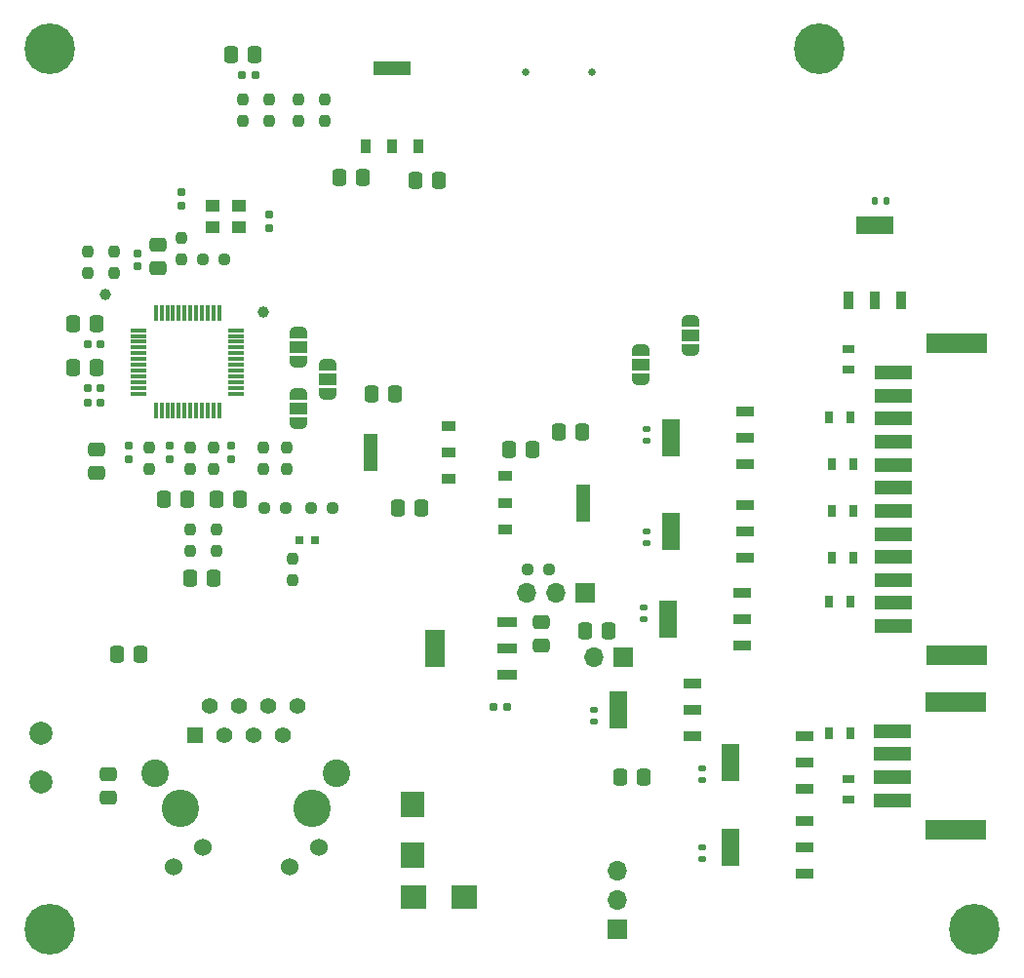
<source format=gbr>
%TF.GenerationSoftware,KiCad,Pcbnew,8.0.0*%
%TF.CreationDate,2024-04-11T21:11:57+02:00*%
%TF.ProjectId,BalloonMotherboardV4,42616c6c-6f6f-46e4-9d6f-74686572626f,rev?*%
%TF.SameCoordinates,Original*%
%TF.FileFunction,Soldermask,Bot*%
%TF.FilePolarity,Negative*%
%FSLAX46Y46*%
G04 Gerber Fmt 4.6, Leading zero omitted, Abs format (unit mm)*
G04 Created by KiCad (PCBNEW 8.0.0) date 2024-04-11 21:11:57*
%MOMM*%
%LPD*%
G01*
G04 APERTURE LIST*
G04 Aperture macros list*
%AMRoundRect*
0 Rectangle with rounded corners*
0 $1 Rounding radius*
0 $2 $3 $4 $5 $6 $7 $8 $9 X,Y pos of 4 corners*
0 Add a 4 corners polygon primitive as box body*
4,1,4,$2,$3,$4,$5,$6,$7,$8,$9,$2,$3,0*
0 Add four circle primitives for the rounded corners*
1,1,$1+$1,$2,$3*
1,1,$1+$1,$4,$5*
1,1,$1+$1,$6,$7*
1,1,$1+$1,$8,$9*
0 Add four rect primitives between the rounded corners*
20,1,$1+$1,$2,$3,$4,$5,0*
20,1,$1+$1,$4,$5,$6,$7,0*
20,1,$1+$1,$6,$7,$8,$9,0*
20,1,$1+$1,$8,$9,$2,$3,0*%
%AMFreePoly0*
4,1,19,0.550000,-0.750000,0.000000,-0.750000,0.000000,-0.744911,-0.071157,-0.744911,-0.207708,-0.704816,-0.327430,-0.627875,-0.420627,-0.520320,-0.479746,-0.390866,-0.500000,-0.250000,-0.500000,0.250000,-0.479746,0.390866,-0.420627,0.520320,-0.327430,0.627875,-0.207708,0.704816,-0.071157,0.744911,0.000000,0.744911,0.000000,0.750000,0.550000,0.750000,0.550000,-0.750000,0.550000,-0.750000,
$1*%
%AMFreePoly1*
4,1,19,0.000000,0.744911,0.071157,0.744911,0.207708,0.704816,0.327430,0.627875,0.420627,0.520320,0.479746,0.390866,0.500000,0.250000,0.500000,-0.250000,0.479746,-0.390866,0.420627,-0.520320,0.327430,-0.627875,0.207708,-0.704816,0.071157,-0.744911,0.000000,-0.744911,0.000000,-0.750000,-0.550000,-0.750000,-0.550000,0.750000,0.000000,0.750000,0.000000,0.744911,0.000000,0.744911,
$1*%
G04 Aperture macros list end*
%ADD10RoundRect,0.250000X0.337500X0.475000X-0.337500X0.475000X-0.337500X-0.475000X0.337500X-0.475000X0*%
%ADD11C,3.250000*%
%ADD12R,1.400000X1.400000*%
%ADD13C,1.400000*%
%ADD14C,1.530000*%
%ADD15C,2.400000*%
%ADD16C,0.700000*%
%ADD17C,4.400000*%
%ADD18C,2.000000*%
%ADD19C,0.650000*%
%ADD20R,1.700000X1.700000*%
%ADD21O,1.700000X1.700000*%
%ADD22RoundRect,0.140000X-0.170000X0.140000X-0.170000X-0.140000X0.170000X-0.140000X0.170000X0.140000X0*%
%ADD23RoundRect,0.237500X0.237500X-0.250000X0.237500X0.250000X-0.237500X0.250000X-0.237500X-0.250000X0*%
%ADD24RoundRect,0.155000X0.155000X-0.212500X0.155000X0.212500X-0.155000X0.212500X-0.155000X-0.212500X0*%
%ADD25R,2.250000X2.050000*%
%ADD26C,1.000000*%
%ADD27RoundRect,0.250000X-0.337500X-0.475000X0.337500X-0.475000X0.337500X0.475000X-0.337500X0.475000X0*%
%ADD28RoundRect,0.250000X-0.475000X0.337500X-0.475000X-0.337500X0.475000X-0.337500X0.475000X0.337500X0*%
%ADD29FreePoly0,270.000000*%
%ADD30R,1.500000X1.000000*%
%ADD31FreePoly1,270.000000*%
%ADD32R,0.950000X1.250000*%
%ADD33R,3.200000X1.250000*%
%ADD34RoundRect,0.155000X-0.155000X0.212500X-0.155000X-0.212500X0.155000X-0.212500X0.155000X0.212500X0*%
%ADD35RoundRect,0.140000X0.170000X-0.140000X0.170000X0.140000X-0.170000X0.140000X-0.170000X-0.140000X0*%
%ADD36RoundRect,0.155000X0.212500X0.155000X-0.212500X0.155000X-0.212500X-0.155000X0.212500X-0.155000X0*%
%ADD37R,1.500000X0.900000*%
%ADD38R,1.500000X3.200000*%
%ADD39R,0.770000X1.070000*%
%ADD40RoundRect,0.237500X0.250000X0.237500X-0.250000X0.237500X-0.250000X-0.237500X0.250000X-0.237500X0*%
%ADD41FreePoly0,90.000000*%
%ADD42FreePoly1,90.000000*%
%ADD43RoundRect,0.237500X-0.237500X0.250000X-0.237500X-0.250000X0.237500X-0.250000X0.237500X0.250000X0*%
%ADD44RoundRect,0.155000X-0.212500X-0.155000X0.212500X-0.155000X0.212500X0.155000X-0.212500X0.155000X0*%
%ADD45R,0.300000X1.475000*%
%ADD46R,1.475000X0.300000*%
%ADD47RoundRect,0.250000X0.475000X-0.337500X0.475000X0.337500X-0.475000X0.337500X-0.475000X-0.337500X0*%
%ADD48R,2.050000X2.250000*%
%ADD49R,0.650000X0.700000*%
%ADD50R,1.750000X0.950000*%
%ADD51R,1.750000X3.200000*%
%ADD52R,3.200000X1.200000*%
%ADD53R,5.300000X1.700000*%
%ADD54R,1.250000X0.950000*%
%ADD55R,1.250000X3.200000*%
%ADD56R,0.900000X1.500000*%
%ADD57R,3.200000X1.500000*%
%ADD58R,1.070000X0.770000*%
%ADD59RoundRect,0.237500X-0.250000X-0.237500X0.250000X-0.237500X0.250000X0.237500X-0.250000X0.237500X0*%
%ADD60R,1.300000X1.100000*%
%ADD61RoundRect,0.140000X-0.140000X-0.170000X0.140000X-0.170000X0.140000X0.170000X-0.140000X0.170000X0*%
G04 APERTURE END LIST*
D10*
%TO.C,C72*%
X74697500Y-100330000D03*
X72622500Y-100330000D03*
%TD*%
D11*
%TO.C,J1*%
X34437000Y-103024000D03*
X45867000Y-103024000D03*
D12*
X35707000Y-96674000D03*
D13*
X36977000Y-94134000D03*
X38247000Y-96674000D03*
X39517000Y-94134000D03*
X40787000Y-96674000D03*
X42057000Y-94134000D03*
X43327000Y-96674000D03*
X44597000Y-94134000D03*
D14*
X33827000Y-108104000D03*
X36367000Y-106404000D03*
X43937000Y-108104000D03*
X46477000Y-106404000D03*
D15*
X32277000Y-99974000D03*
X48027000Y-99974000D03*
%TD*%
D16*
%TO.C,H0*%
X21464000Y-37084000D03*
X21947274Y-35917274D03*
X21947274Y-38250726D03*
X23114000Y-35434000D03*
D17*
X23114000Y-37084000D03*
D16*
X23114000Y-38734000D03*
X24280726Y-35917274D03*
X24280726Y-38250726D03*
X24764000Y-37084000D03*
%TD*%
%TO.C,H1*%
X88266000Y-37084000D03*
X88749274Y-35917274D03*
X88749274Y-38250726D03*
X89916000Y-35434000D03*
D17*
X89916000Y-37084000D03*
D16*
X89916000Y-38734000D03*
X91082726Y-35917274D03*
X91082726Y-38250726D03*
X91566000Y-37084000D03*
%TD*%
D18*
%TO.C,TPGND0*%
X22352000Y-96520000D03*
%TD*%
D16*
%TO.C,H2*%
X101728000Y-113538000D03*
X102211274Y-112371274D03*
X102211274Y-114704726D03*
X103378000Y-111888000D03*
D17*
X103378000Y-113538000D03*
D16*
X103378000Y-115188000D03*
X104544726Y-112371274D03*
X104544726Y-114704726D03*
X105028000Y-113538000D03*
%TD*%
D19*
%TO.C,USB_C0*%
X70200000Y-39145000D03*
X64420000Y-39145000D03*
%TD*%
D18*
%TO.C,TPGND1*%
X22352000Y-100760000D03*
%TD*%
D16*
%TO.C,H3*%
X21464000Y-113538000D03*
X21947274Y-112371274D03*
X21947274Y-114704726D03*
X23114000Y-111888000D03*
D17*
X23114000Y-113538000D03*
D16*
X23114000Y-115188000D03*
X24280726Y-112371274D03*
X24280726Y-114704726D03*
X24764000Y-113538000D03*
%TD*%
D20*
%TO.C,JB_or_U0*%
X69581000Y-84328000D03*
D21*
X67041000Y-84328000D03*
X64501000Y-84328000D03*
%TD*%
D20*
%TO.C,JHEAT0*%
X72903000Y-89916000D03*
D21*
X70363000Y-89916000D03*
%TD*%
D22*
%TO.C,C71*%
X70358000Y-94516000D03*
X70358000Y-95476000D03*
%TD*%
D23*
%TO.C,R64*%
X42164000Y-43330500D03*
X42164000Y-41505500D03*
%TD*%
D24*
%TO.C,C47*%
X38882000Y-72703500D03*
X38882000Y-71568500D03*
%TD*%
D25*
%TO.C,D2*%
X54696000Y-110744000D03*
X59096000Y-110744000D03*
%TD*%
D10*
%TO.C,C0*%
X65045500Y-71882000D03*
X62970500Y-71882000D03*
%TD*%
D22*
%TO.C,C74*%
X74930000Y-79022000D03*
X74930000Y-79982000D03*
%TD*%
D26*
%TO.C,TP4*%
X27960000Y-58420000D03*
%TD*%
D27*
%TO.C,C2*%
X53318500Y-76962000D03*
X55393500Y-76962000D03*
%TD*%
%TO.C,C56*%
X33018500Y-76200000D03*
X35093500Y-76200000D03*
%TD*%
D28*
%TO.C,C44*%
X32532000Y-54080500D03*
X32532000Y-56155500D03*
%TD*%
D29*
%TO.C,JP2*%
X74422000Y-63216000D03*
D30*
X74422000Y-64516000D03*
D31*
X74422000Y-65816000D03*
%TD*%
D32*
%TO.C,LRuC0*%
X55132000Y-45564000D03*
X52832000Y-45564000D03*
X50532000Y-45564000D03*
D33*
X52832000Y-38764000D03*
%TD*%
D23*
%TO.C,R56*%
X43708000Y-73556500D03*
X43708000Y-71731500D03*
%TD*%
D34*
%TO.C,C58*%
X34564000Y-49536500D03*
X34564000Y-50671500D03*
%TD*%
D27*
%TO.C,C57*%
X28954500Y-89662000D03*
X31029500Y-89662000D03*
%TD*%
D35*
%TO.C,C73*%
X74676000Y-86586000D03*
X74676000Y-85626000D03*
%TD*%
%TO.C,C66*%
X74930000Y-71092000D03*
X74930000Y-70132000D03*
%TD*%
D36*
%TO.C,C60*%
X40953500Y-39370000D03*
X39818500Y-39370000D03*
%TD*%
D37*
%TO.C,H5*%
X88676000Y-104126000D03*
X88676000Y-106426000D03*
X88676000Y-108726000D03*
D38*
X82176000Y-106426000D03*
%TD*%
D39*
%TO.C,F6*%
X91048000Y-77216000D03*
X92848000Y-77216000D03*
%TD*%
D26*
%TO.C,TP3*%
X41676000Y-59944000D03*
%TD*%
D40*
%TO.C,R2*%
X66444500Y-82296000D03*
X64619500Y-82296000D03*
%TD*%
D34*
%TO.C,C62*%
X42184000Y-51502500D03*
X42184000Y-52637500D03*
%TD*%
D10*
%TO.C,C55*%
X39665500Y-76200000D03*
X37590500Y-76200000D03*
%TD*%
D41*
%TO.C,JH1*%
X47264000Y-67086000D03*
D30*
X47264000Y-65786000D03*
D42*
X47264000Y-64486000D03*
%TD*%
D43*
%TO.C,R61*%
X34564000Y-53509500D03*
X34564000Y-55334500D03*
%TD*%
D44*
%TO.C,C50*%
X26376500Y-66548000D03*
X27511500Y-66548000D03*
%TD*%
D27*
%TO.C,C4*%
X67288500Y-70358000D03*
X69363500Y-70358000D03*
%TD*%
%TO.C,C45*%
X25144500Y-60960000D03*
X27219500Y-60960000D03*
%TD*%
%TO.C,C59*%
X38840500Y-37592000D03*
X40915500Y-37592000D03*
%TD*%
D24*
%TO.C,C48*%
X33548000Y-72703500D03*
X33548000Y-71568500D03*
%TD*%
D27*
%TO.C,C1*%
X48238500Y-48260000D03*
X50313500Y-48260000D03*
%TD*%
D44*
%TO.C,C52*%
X26376500Y-67818000D03*
X27511500Y-67818000D03*
%TD*%
D23*
%TO.C,R51*%
X31770000Y-73556500D03*
X31770000Y-71731500D03*
%TD*%
D37*
%TO.C,H10*%
X78942000Y-92188000D03*
X78942000Y-94488000D03*
X78942000Y-96788000D03*
D38*
X72442000Y-94488000D03*
%TD*%
D10*
%TO.C,C54*%
X37379500Y-83058000D03*
X35304500Y-83058000D03*
%TD*%
D39*
%TO.C,F8*%
X90794000Y-85090000D03*
X92594000Y-85090000D03*
%TD*%
D23*
%TO.C,R66*%
X46990000Y-43330500D03*
X46990000Y-41505500D03*
%TD*%
%TO.C,R63*%
X39878000Y-43330500D03*
X39878000Y-41505500D03*
%TD*%
D40*
%TO.C,R58*%
X47648500Y-76962000D03*
X45823500Y-76962000D03*
%TD*%
D44*
%TO.C,C51*%
X26376500Y-62738000D03*
X27511500Y-62738000D03*
%TD*%
D41*
%TO.C,JH2*%
X44724000Y-69626000D03*
D30*
X44724000Y-68326000D03*
D42*
X44724000Y-67026000D03*
%TD*%
D27*
%TO.C,C46*%
X25144500Y-64770000D03*
X27219500Y-64770000D03*
%TD*%
D45*
%TO.C,LAN1*%
X37822000Y-68500000D03*
X37322000Y-68500000D03*
X36822000Y-68500000D03*
X36322000Y-68500000D03*
X35822000Y-68500000D03*
X35322000Y-68500000D03*
X34822000Y-68500000D03*
X34322000Y-68500000D03*
X33822000Y-68500000D03*
X33322000Y-68500000D03*
X32822000Y-68500000D03*
X32322000Y-68500000D03*
D46*
X30834000Y-67012000D03*
X30834000Y-66512000D03*
X30834000Y-66012000D03*
X30834000Y-65512000D03*
X30834000Y-65012000D03*
X30834000Y-64512000D03*
X30834000Y-64012000D03*
X30834000Y-63512000D03*
X30834000Y-63012000D03*
X30834000Y-62512000D03*
X30834000Y-62012000D03*
X30834000Y-61512000D03*
D45*
X32322000Y-60024000D03*
X32822000Y-60024000D03*
X33322000Y-60024000D03*
X33822000Y-60024000D03*
X34322000Y-60024000D03*
X34822000Y-60024000D03*
X35322000Y-60024000D03*
X35822000Y-60024000D03*
X36322000Y-60024000D03*
X36822000Y-60024000D03*
X37322000Y-60024000D03*
X37822000Y-60024000D03*
D46*
X39310000Y-61512000D03*
X39310000Y-62012000D03*
X39310000Y-62512000D03*
X39310000Y-63012000D03*
X39310000Y-63512000D03*
X39310000Y-64012000D03*
X39310000Y-64512000D03*
X39310000Y-65012000D03*
X39310000Y-65512000D03*
X39310000Y-66012000D03*
X39310000Y-66512000D03*
X39310000Y-67012000D03*
%TD*%
D23*
%TO.C,R54*%
X35326000Y-73556500D03*
X35326000Y-71731500D03*
%TD*%
D47*
%TO.C,C53*%
X27198000Y-73935500D03*
X27198000Y-71860500D03*
%TD*%
D20*
%TO.C,BuckJmp0*%
X72390000Y-113523000D03*
D21*
X72390000Y-110983000D03*
X72390000Y-108443000D03*
%TD*%
D23*
%TO.C,R65*%
X44704000Y-43330500D03*
X44704000Y-41505500D03*
%TD*%
D24*
%TO.C,C49*%
X29992000Y-72703500D03*
X29992000Y-71568500D03*
%TD*%
D39*
%TO.C,F4*%
X90794000Y-69088000D03*
X92594000Y-69088000D03*
%TD*%
D23*
%TO.C,R57*%
X37612000Y-80668500D03*
X37612000Y-78843500D03*
%TD*%
D37*
%TO.C,H9*%
X83260000Y-84314000D03*
X83260000Y-86614000D03*
X83260000Y-88914000D03*
D38*
X76760000Y-86614000D03*
%TD*%
D34*
%TO.C,C43*%
X30754000Y-54834250D03*
X30754000Y-55969250D03*
%TD*%
D48*
%TO.C,D1*%
X54610000Y-102702000D03*
X54610000Y-107102000D03*
%TD*%
D49*
%TO.C,FB0*%
X44811000Y-79756000D03*
X46161000Y-79756000D03*
%TD*%
D23*
%TO.C,R55*%
X35326000Y-80668500D03*
X35326000Y-78843500D03*
%TD*%
D29*
%TO.C,JP1*%
X78740000Y-60676000D03*
D30*
X78740000Y-61976000D03*
D31*
X78740000Y-63276000D03*
%TD*%
D41*
%TO.C,JH0*%
X44724000Y-64292000D03*
D30*
X44724000Y-62992000D03*
D42*
X44724000Y-61692000D03*
%TD*%
D50*
%TO.C,LR5V0*%
X62840000Y-86854000D03*
X62840000Y-89154000D03*
X62840000Y-91454000D03*
D51*
X56540000Y-89154000D03*
%TD*%
D52*
%TO.C,H1-0*%
X96303000Y-102314000D03*
X96303000Y-100314000D03*
X96303000Y-98314000D03*
X96303000Y-96314000D03*
D53*
X101783000Y-93764000D03*
X101783000Y-104864000D03*
%TD*%
D27*
%TO.C,C69*%
X69574500Y-87630000D03*
X71649500Y-87630000D03*
%TD*%
D22*
%TO.C,C65*%
X79756000Y-106454000D03*
X79756000Y-107414000D03*
%TD*%
D23*
%TO.C,R68*%
X28722000Y-56538500D03*
X28722000Y-54713500D03*
%TD*%
D54*
%TO.C,LRlan0*%
X57756000Y-69836000D03*
X57756000Y-72136000D03*
X57756000Y-74436000D03*
D55*
X50956000Y-72136000D03*
%TD*%
D44*
%TO.C,C7*%
X61662500Y-94234000D03*
X62797500Y-94234000D03*
%TD*%
D47*
%TO.C,C61*%
X28214000Y-102129500D03*
X28214000Y-100054500D03*
%TD*%
D23*
%TO.C,R52*%
X37358000Y-73556500D03*
X37358000Y-71731500D03*
%TD*%
D56*
%TO.C,H6*%
X97042000Y-58876000D03*
X94742000Y-58876000D03*
X92442000Y-58876000D03*
D57*
X94742000Y-52376000D03*
%TD*%
D37*
%TO.C,H8*%
X83514000Y-76694000D03*
X83514000Y-78994000D03*
X83514000Y-81294000D03*
D38*
X77014000Y-78994000D03*
%TD*%
D23*
%TO.C,R53*%
X41676000Y-73556500D03*
X41676000Y-71731500D03*
%TD*%
D37*
%TO.C,H4*%
X88676000Y-96760000D03*
X88676000Y-99060000D03*
X88676000Y-101360000D03*
D38*
X82176000Y-99060000D03*
%TD*%
D10*
%TO.C,C6*%
X53107500Y-67056000D03*
X51032500Y-67056000D03*
%TD*%
D37*
%TO.C,H7*%
X83514000Y-68566000D03*
X83514000Y-70866000D03*
X83514000Y-73166000D03*
D38*
X77014000Y-70866000D03*
%TD*%
D58*
%TO.C,F2*%
X92456000Y-102246000D03*
X92456000Y-100446000D03*
%TD*%
D59*
%TO.C,R62*%
X36445500Y-55372000D03*
X38270500Y-55372000D03*
%TD*%
D23*
%TO.C,R60*%
X44216000Y-83208500D03*
X44216000Y-81383500D03*
%TD*%
D60*
%TO.C,Y1*%
X37224000Y-50678000D03*
X39524000Y-50678000D03*
X39524000Y-52578000D03*
X37224000Y-52578000D03*
%TD*%
D23*
%TO.C,R67*%
X26436000Y-56538500D03*
X26436000Y-54713500D03*
%TD*%
D59*
%TO.C,R59*%
X41759500Y-76962000D03*
X43584500Y-76962000D03*
%TD*%
D58*
%TO.C,F3*%
X92456000Y-63108000D03*
X92456000Y-64908000D03*
%TD*%
D61*
%TO.C,C70*%
X94770000Y-50292000D03*
X95730000Y-50292000D03*
%TD*%
D22*
%TO.C,C64*%
X79756000Y-99596000D03*
X79756000Y-100556000D03*
%TD*%
D39*
%TO.C,F7*%
X91048000Y-81280000D03*
X92848000Y-81280000D03*
%TD*%
D52*
%TO.C,H3-0*%
X96374000Y-65200000D03*
X96374000Y-67200000D03*
X96374000Y-69200000D03*
X96374000Y-71200000D03*
X96374000Y-73200000D03*
X96374000Y-75200000D03*
X96374000Y-77200000D03*
X96374000Y-79200000D03*
X96374000Y-81200000D03*
X96374000Y-83200000D03*
X96374000Y-85200000D03*
X96374000Y-87200000D03*
D53*
X101854000Y-62650000D03*
X101854000Y-89750000D03*
%TD*%
D39*
%TO.C,F1*%
X90794000Y-96520000D03*
X92594000Y-96520000D03*
%TD*%
D54*
%TO.C,LRre0*%
X62640000Y-78796746D03*
X62640000Y-76496746D03*
X62640000Y-74196746D03*
D55*
X69440000Y-76496746D03*
%TD*%
D10*
%TO.C,C5*%
X56917500Y-48514000D03*
X54842500Y-48514000D03*
%TD*%
D28*
%TO.C,C3*%
X65786000Y-86846500D03*
X65786000Y-88921500D03*
%TD*%
D39*
%TO.C,F5*%
X91048000Y-73152000D03*
X92848000Y-73152000D03*
%TD*%
M02*

</source>
